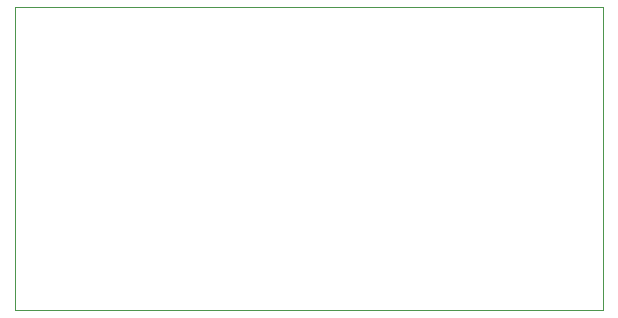
<source format=gbr>
%TF.GenerationSoftware,KiCad,Pcbnew,8.0.6*%
%TF.CreationDate,2025-05-11T15:10:04-04:00*%
%TF.ProjectId,logicprobetool,6c6f6769-6370-4726-9f62-65746f6f6c2e,rev?*%
%TF.SameCoordinates,Original*%
%TF.FileFunction,Profile,NP*%
%FSLAX46Y46*%
G04 Gerber Fmt 4.6, Leading zero omitted, Abs format (unit mm)*
G04 Created by KiCad (PCBNEW 8.0.6) date 2025-05-11 15:10:04*
%MOMM*%
%LPD*%
G01*
G04 APERTURE LIST*
%TA.AperFunction,Profile*%
%ADD10C,0.050000*%
%TD*%
G04 APERTURE END LIST*
D10*
X36017200Y-23266400D02*
X85826600Y-23266400D01*
X85826600Y-48895000D01*
X36017200Y-48895000D01*
X36017200Y-23266400D01*
M02*

</source>
